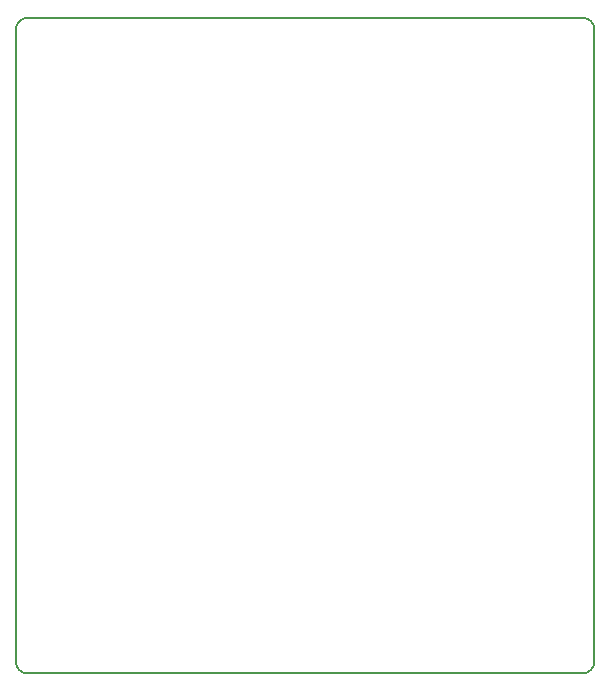
<source format=gbr>
%TF.GenerationSoftware,KiCad,Pcbnew,9.0.6*%
%TF.CreationDate,2025-12-30T01:20:39+01:00*%
%TF.ProjectId,40Pin GPIO Breakout,34305069-6e20-4475-9049-4f2042726561,rev?*%
%TF.SameCoordinates,Original*%
%TF.FileFunction,Profile,NP*%
%FSLAX46Y46*%
G04 Gerber Fmt 4.6, Leading zero omitted, Abs format (unit mm)*
G04 Created by KiCad (PCBNEW 9.0.6) date 2025-12-30 01:20:39*
%MOMM*%
%LPD*%
G01*
G04 APERTURE LIST*
%TA.AperFunction,Profile*%
%ADD10C,0.200000*%
%TD*%
G04 APERTURE END LIST*
D10*
X127000000Y-62000000D02*
X127000000Y-115500000D01*
X175000000Y-61000000D02*
X128000000Y-61000000D01*
X176000000Y-115500000D02*
X176000000Y-62000000D01*
X128000000Y-116500000D02*
X175000000Y-116500000D01*
X128000000Y-116500000D02*
G75*
G02*
X127000000Y-115500000I0J1000000D01*
G01*
X176000000Y-115500000D02*
G75*
G02*
X175000000Y-116500000I-1000000J0D01*
G01*
X175000000Y-61000000D02*
G75*
G02*
X176000000Y-62000000I0J-1000000D01*
G01*
X127000000Y-62000000D02*
G75*
G02*
X128000000Y-61000000I1000000J0D01*
G01*
M02*

</source>
